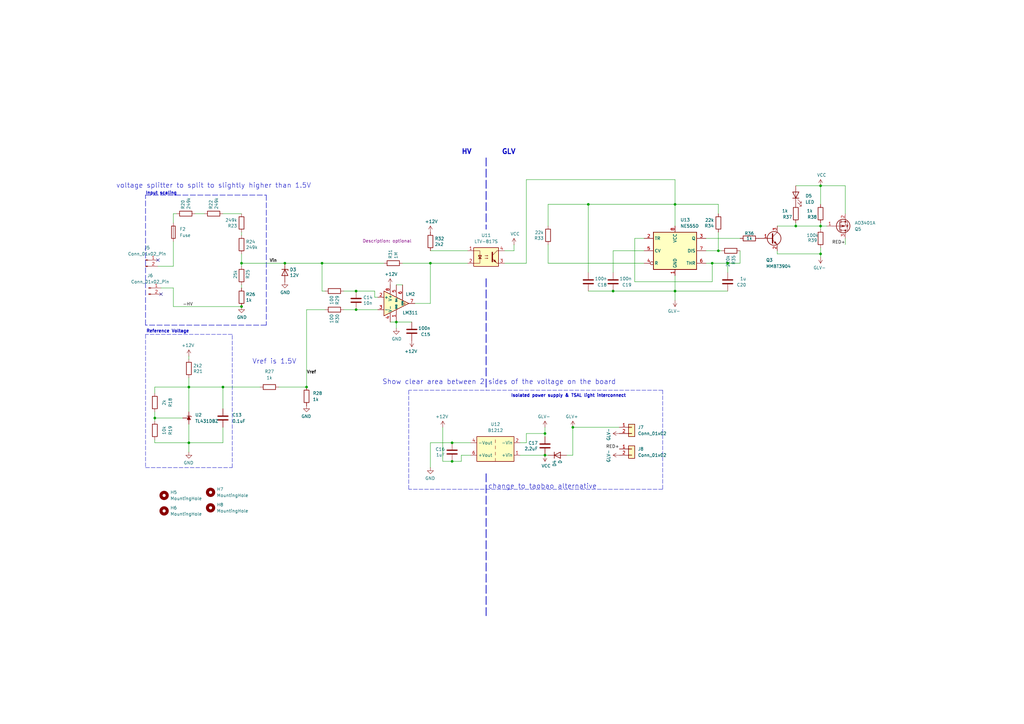
<source format=kicad_sch>
(kicad_sch (version 20250114) (generator "eeschema") (generator_version "9.0")
  (paper "A3")
  (lib_symbols
    (symbol "Comparator:LM311" (pin_names (offset 0.127))
      (property "Reference" "U" (at 3.81 6.35 0))
      (property "Value" "LM311" (at 3.81 3.81 0))
      (symbol "LM311_0_1"
        (polyline (pts (xy 3.683 -0.381) (xy 3.302 -0.381) (xy 3.683 0) (xy 3.302 0.381) (xy 2.921 0) (xy 3.302 -0.381) (xy 2.921 -0.381)) (stroke (width 0.127)))
        (polyline (pts (xy 5.08 0) (xy -5.08 5.08) (xy -5.08 -5.08) (xy 5.08 0)) (stroke (width 0.254)) (fill (type background)))
      )
      (symbol "LM311_1_1"
        (pin input line (at -7.62 2.54 0) (length 2.54) (name "+") (number "2"))
        (pin input line (at -7.62 -2.54 0) (length 2.54) (name "-") (number "3"))
        (pin power_in line (at -2.54 7.62 270) (length 3.81) (name "V+") (number "8"))
        (pin power_in line (at -2.54 -7.62 90) (length 3.81) (name "V-") (number "4"))
        (pin input line (at 0 7.62 270) (length 5.08) (name "BAL") (number "5"))
        (pin passive line (at 0 -7.62 90) (length 5.08) (name "GND") (number "1"))
        (pin input line (at 2.54 7.62 270) (length 6.35) (name "STRB") (number "6"))
        (pin open_collector line (at 7.62 0 180) (length 2.54) (name "~") (number "7"))
      )
    )
    (symbol "Connector:Conn_01x02_Pin" (pin_names (offset 1.016) (hide yes))
      (property "Reference" "J" (at 0 2.54 0))
      (property "Value" "Conn_01x02_Pin" (at 0 -5.08 0))
      (symbol "Conn_01x02_Pin_1_1"
        (rectangle (start 0.8636 0.127) (end 0 -0.127) (stroke (width 0.1524)) (fill (type outline)))
        (rectangle (start 0.8636 -2.413) (end 0 -2.667) (stroke (width 0.1524)) (fill (type outline)))
        (polyline (pts (xy 1.27 0) (xy 0.8636 0)) (stroke (width 0.1524)))
        (polyline (pts (xy 1.27 -2.54) (xy 0.8636 -2.54)) (stroke (width 0.1524)))
        (pin passive line (at 5.08 0 180) (length 3.81) (name "Pin_1") (number "1"))
        (pin passive line (at 5.08 -2.54 180) (length 3.81) (name "Pin_2") (number "2"))
      )
    )
    (symbol "Connector_Generic:Conn_01x02" (pin_names (offset 1.016) (hide yes))
      (property "Reference" "J" (at 0 2.54 0))
      (property "Value" "Conn_01x02" (at 0 -5.08 0))
      (symbol "Conn_01x02_1_1"
        (rectangle (start -1.27 1.27) (end 1.27 -3.81) (stroke (width 0.254)) (fill (type background)))
        (rectangle (start -1.27 0.127) (end 0 -0.127) (stroke (width 0.1524)))
        (rectangle (start -1.27 -2.413) (end 0 -2.667) (stroke (width 0.1524)))
        (pin passive line (at -5.08 0 0) (length 3.81) (name "Pin_1") (number "1"))
        (pin passive line (at -5.08 -2.54 0) (length 3.81) (name "Pin_2") (number "2"))
      )
    )
    (symbol "Converter_DCDC:TBA2-1212"
      (property "Reference" "U" (at -6.35 6.35 0))
      (property "Value" "TBA2-1212" (at 2.54 6.35 0))
      (symbol "TBA2-1212_0_1"
        (rectangle (start -7.62 5.08) (end 7.62 -5.08) (stroke (width 0.254)) (fill (type background)))
        (polyline (pts (xy 0 5.08) (xy 0 3.81)))
        (polyline (pts (xy 0 2.54) (xy 0 1.27)))
        (polyline (pts (xy 0 0) (xy 0 -1.27)))
        (polyline (pts (xy 0 -2.54) (xy 0 -3.81)))
      )
      (symbol "TBA2-1212_1_1"
        (pin power_in line (at -10.16 2.54 0) (length 2.54) (name "+Vin") (number "1"))
        (pin power_in line (at -10.16 -2.54 0) (length 2.54) (name "-Vin") (number "2"))
        (pin power_out line (at 10.16 2.54 180) (length 2.54) (name "+Vout") (number "6"))
        (pin power_out line (at 10.16 -2.54 180) (length 2.54) (name "-Vout") (number "4"))
      )
    )
    (symbol "Device:C" (pin_numbers (hide yes)) (pin_names (offset 0.254))
      (property "Reference" "C" (at 0.635 2.54 0))
      (property "Value" "C" (at 0.635 -2.54 0))
      (symbol "C_0_1"
        (polyline (pts (xy -2.032 0.762) (xy 2.032 0.762)) (stroke (width 0.508)))
        (polyline (pts (xy -2.032 -0.762) (xy 2.032 -0.762)) (stroke (width 0.508)))
      )
      (symbol "C_1_1"
        (pin passive line (at 0 3.81 270) (length 2.794) (name "~") (number "1"))
        (pin passive line (at 0 -3.81 90) (length 2.794) (name "~") (number "2"))
      )
    )
    (symbol "Device:D" (pin_numbers (hide yes)) (pin_names (offset 1.016) (hide yes))
      (property "Reference" "D" (at 0 2.54 0))
      (property "Value" "D" (at 0 -2.54 0))
      (symbol "D_0_1"
        (polyline (pts (xy -1.27 1.27) (xy -1.27 -1.27)) (stroke (width 0.254)))
        (polyline (pts (xy 1.27 1.27) (xy 1.27 -1.27) (xy -1.27 0) (xy 1.27 1.27)) (stroke (width 0.254)))
        (polyline (pts (xy 1.27 0) (xy -1.27 0)))
      )
      (symbol "D_1_1"
        (pin passive line (at -3.81 0 0) (length 2.54) (name "K") (number "1"))
        (pin passive line (at 3.81 0 180) (length 2.54) (name "A") (number "2"))
      )
    )
    (symbol "Device:D_Zener" (pin_numbers (hide yes)) (pin_names (offset 1.016) (hide yes))
      (property "Reference" "D" (at 0 2.54 0))
      (property "Value" "D_Zener" (at 0 -2.54 0))
      (symbol "D_Zener_0_1"
        (polyline (pts (xy -1.27 -1.27) (xy -1.27 1.27) (xy -0.762 1.27)) (stroke (width 0.254)))
        (polyline (pts (xy 1.27 0) (xy -1.27 0)))
        (polyline (pts (xy 1.27 -1.27) (xy 1.27 1.27) (xy -1.27 0) (xy 1.27 -1.27)) (stroke (width 0.254)))
      )
      (symbol "D_Zener_1_1"
        (pin passive line (at -3.81 0 0) (length 2.54) (name "K") (number "1"))
        (pin passive line (at 3.81 0 180) (length 2.54) (name "A") (number "2"))
      )
    )
    (symbol "Device:Fuse" (pin_numbers (hide yes)) (pin_names (offset 0))
      (property "Reference" "F" (at 2.032 0 90))
      (property "Value" "Fuse" (at -1.905 0 90))
      (symbol "Fuse_0_1"
        (rectangle (start -0.762 -2.54) (end 0.762 2.54) (stroke (width 0.254)))
        (polyline (pts (xy 0 2.54) (xy 0 -2.54)))
      )
      (symbol "Fuse_1_1"
        (pin passive line (at 0 3.81 270) (length 1.27) (name "~") (number "1"))
        (pin passive line (at 0 -3.81 90) (length 1.27) (name "~") (number "2"))
      )
    )
    (symbol "Device:LED" (pin_numbers (hide yes)) (pin_names (offset 1.016) (hide yes))
      (property "Reference" "D" (at 0 2.54 0))
      (property "Value" "LED" (at 0 -2.54 0))
      (symbol "LED_0_1"
        (polyline (pts (xy -3.048 -0.762) (xy -4.572 -2.286) (xy -3.81 -2.286) (xy -4.572 -2.286) (xy -4.572 -1.524)))
        (polyline (pts (xy -1.778 -0.762) (xy -3.302 -2.286) (xy -2.54 -2.286) (xy -3.302 -2.286) (xy -3.302 -1.524)))
        (polyline (pts (xy -1.27 0) (xy 1.27 0)))
        (polyline (pts (xy -1.27 -1.27) (xy -1.27 1.27)) (stroke (width 0.254)))
        (polyline (pts (xy 1.27 -1.27) (xy 1.27 1.27) (xy -1.27 0) (xy 1.27 -1.27)) (stroke (width 0.254)))
      )
      (symbol "LED_1_1"
        (pin passive line (at -3.81 0 0) (length 2.54) (name "K") (number "1"))
        (pin passive line (at 3.81 0 180) (length 2.54) (name "A") (number "2"))
      )
    )
    (symbol "Device:R" (pin_numbers (hide yes)) (pin_names (offset 0))
      (property "Reference" "R" (at 2.032 0 90))
      (property "Value" "R" (at 0 0 90))
      (symbol "R_0_1"
        (rectangle (start -1.016 -2.54) (end 1.016 2.54) (stroke (width 0.254)))
      )
      (symbol "R_1_1"
        (pin passive line (at 0 3.81 270) (length 1.27) (name "~") (number "1"))
        (pin passive line (at 0 -3.81 90) (length 1.27) (name "~") (number "2"))
      )
    )
    (symbol "Isolator:LTV-817S" (pin_names (offset 1.016))
      (property "Reference" "U" (at -3.81 5.08 0))
      (property "Value" "LTV-817S" (at 0 -5.08 0))
      (symbol "LTV-817S_1_1"
        (rectangle (start -5.08 3.81) (end 5.08 -3.81) (stroke (width 0.254)) (fill (type background)))
        (polyline (pts (xy -5.08 2.54) (xy -2.54 2.54) (xy -2.54 -0.762)))
        (polyline (pts (xy -3.175 -0.635) (xy -1.905 -0.635)) (stroke (width 0.254)))
        (polyline (pts (xy -2.54 -0.635) (xy -2.54 -2.54) (xy -5.08 -2.54)))
        (polyline (pts (xy -2.54 -0.635) (xy -3.175 0.635) (xy -1.905 0.635) (xy -2.54 -0.635)) (stroke (width 0.254)))
        (polyline (pts (xy -0.508 0.508) (xy 0.762 0.508) (xy 0.381 0.381) (xy 0.381 0.635) (xy 0.762 0.508)))
        (polyline (pts (xy -0.508 -0.508) (xy 0.762 -0.508) (xy 0.381 -0.635) (xy 0.381 -0.381) (xy 0.762 -0.508)))
        (polyline (pts (xy 2.54 1.905) (xy 2.54 -1.905) (xy 2.54 -1.905)) (stroke (width 0.508)))
        (polyline (pts (xy 2.54 0.635) (xy 4.445 2.54)))
        (polyline (pts (xy 3.048 -1.651) (xy 3.556 -1.143) (xy 4.064 -2.159) (xy 3.048 -1.651) (xy 3.048 -1.651)) (fill (type outline)))
        (polyline (pts (xy 4.445 2.54) (xy 5.08 2.54)))
        (polyline (pts (xy 4.445 -2.54) (xy 2.54 -0.635)) (fill (type outline)))
        (polyline (pts (xy 4.445 -2.54) (xy 5.08 -2.54)))
        (pin passive line (at -7.62 2.54 0) (length 2.54) (name "~") (number "1"))
        (pin passive line (at -7.62 -2.54 0) (length 2.54) (name "~") (number "2"))
        (pin passive line (at 7.62 2.54 180) (length 2.54) (name "~") (number "4"))
        (pin passive line (at 7.62 -2.54 180) (length 2.54) (name "~") (number "3"))
      )
    )
    (symbol "Mechanical:MountingHole" (pin_names (offset 1.016)) (exclude_from_sim yes) (in_bom no)
      (property "Reference" "H" (at 0 5.08 0))
      (property "Value" "MountingHole" (at 0 3.175 0))
      (symbol "MountingHole_0_1"
        (circle (center 0 0) (radius 1.27) (stroke (width 1.27)))
      )
    )
    (symbol "Reference_Voltage:TL431DBZ" (pin_numbers (hide yes)) (pin_names (hide yes))
      (property "Reference" "U" (at -2.54 2.54 0))
      (property "Value" "TL431DBZ" (at 0 -2.54 0))
      (symbol "TL431DBZ_0_1"
        (polyline (pts (xy -1.27 0) (xy 0 0) (xy 1.27 0)))
        (polyline (pts (xy -0.762 0.762) (xy 0.762 0) (xy -0.762 -0.762)) (fill (type outline)))
        (polyline (pts (xy 0.508 -1.016) (xy 0.762 -0.762) (xy 0.762 0.762) (xy 0.762 0.762)) (stroke (width 0.254)))
      )
      (symbol "TL431DBZ_1_1"
        (pin passive line (at -2.54 0 0) (length 2.54) (name "A") (number "3"))
        (pin passive line (at 0 2.54 270) (length 2.54) (name "REF") (number "2"))
        (pin passive line (at 2.54 0 180) (length 2.54) (name "K") (number "1"))
      )
    )
    (symbol "Timer:NE555D"
      (property "Reference" "U" (at -10.16 8.89 0))
      (property "Value" "NE555D" (at 2.54 8.89 0))
      (symbol "NE555D_0_0"
        (pin power_in line (at 0 10.16 270) (length 2.54) (name "VCC") (number "8"))
        (pin power_in line (at 0 -10.16 90) (length 2.54) (name "GND") (number "1"))
      )
      (symbol "NE555D_0_1"
        (rectangle (start -8.89 -7.62) (end 8.89 7.62) (stroke (width 0.254)) (fill (type background)))
        (rectangle (start -8.89 -7.62) (end 8.89 7.62) (stroke (width 0.254)) (fill (type background)))
      )
      (symbol "NE555D_1_1"
        (pin input line (at -12.7 5.08 0) (length 3.81) (name "TR") (number "2"))
        (pin input line (at -12.7 0 0) (length 3.81) (name "CV") (number "5"))
        (pin input inverted (at -12.7 -5.08 0) (length 3.81) (name "R") (number "4"))
        (pin output line (at 12.7 5.08 180) (length 3.81) (name "Q") (number "3"))
        (pin input line (at 12.7 0 180) (length 3.81) (name "DIS") (number "7"))
        (pin input line (at 12.7 -5.08 180) (length 3.81) (name "THR") (number "6"))
      )
    )
    (symbol "Transistor_BJT:MMBT3904" (pin_names (offset 0) (hide yes))
      (property "Reference" "Q" (at 5.08 1.905 0))
      (property "Value" "MMBT3904" (at 5.08 0 0))
      (symbol "MMBT3904_0_1"
        (polyline (pts (xy 0.635 1.905) (xy 0.635 -1.905) (xy 0.635 -1.905)) (stroke (width 0.508)))
        (polyline (pts (xy 0.635 0.635) (xy 2.54 2.54)))
        (polyline (pts (xy 0.635 -0.635) (xy 2.54 -2.54) (xy 2.54 -2.54)))
        (circle (center 1.27 0) (radius 2.8194) (stroke (width 0.254)))
        (polyline (pts (xy 1.27 -1.778) (xy 1.778 -1.27) (xy 2.286 -2.286) (xy 1.27 -1.778) (xy 1.27 -1.778)) (fill (type outline)))
      )
      (symbol "MMBT3904_1_1"
        (pin input line (at -5.08 0 0) (length 5.715) (name "B") (number "1"))
        (pin passive line (at 2.54 5.08 270) (length 2.54) (name "C") (number "3"))
        (pin passive line (at 2.54 -5.08 90) (length 2.54) (name "E") (number "2"))
      )
    )
    (symbol "Transistor_FET:AO3401A" (pin_names (hide yes))
      (property "Reference" "Q" (at 5.08 1.905 0))
      (property "Value" "AO3401A" (at 5.08 0 0))
      (symbol "AO3401A_0_1"
        (polyline (pts (xy 0.254 1.905) (xy 0.254 -1.905)) (stroke (width 0.254)))
        (polyline (pts (xy 0.254 0) (xy -2.54 0)))
        (polyline (pts (xy 0.762 2.286) (xy 0.762 1.27)) (stroke (width 0.254)))
        (polyline (pts (xy 0.762 1.778) (xy 3.302 1.778) (xy 3.302 -1.778) (xy 0.762 -1.778)))
        (polyline (pts (xy 0.762 0.508) (xy 0.762 -0.508)) (stroke (width 0.254)))
        (polyline (pts (xy 0.762 -1.27) (xy 0.762 -2.286)) (stroke (width 0.254)))
        (circle (center 1.651 0) (radius 2.794) (stroke (width 0.254)))
        (polyline (pts (xy 2.286 0) (xy 1.27 0.381) (xy 1.27 -0.381) (xy 2.286 0)) (fill (type outline)))
        (polyline (pts (xy 2.54 2.54) (xy 2.54 1.778)))
        (circle (center 2.54 1.778) (radius 0.254) (fill (type outline)))
        (circle (center 2.54 -1.778) (radius 0.254) (fill (type outline)))
        (polyline (pts (xy 2.54 -2.54) (xy 2.54 0) (xy 0.762 0)))
        (polyline (pts (xy 2.794 -0.508) (xy 2.921 -0.381) (xy 3.683 -0.381) (xy 3.81 -0.254)))
        (polyline (pts (xy 3.302 -0.381) (xy 2.921 0.254) (xy 3.683 0.254) (xy 3.302 -0.381)))
      )
      (symbol "AO3401A_1_1"
        (pin input line (at -5.08 0 0) (length 2.54) (name "G") (number "1"))
        (pin passive line (at 2.54 5.08 270) (length 2.54) (name "D") (number "3"))
        (pin passive line (at 2.54 -5.08 90) (length 2.54) (name "S") (number "2"))
      )
    )
    (symbol "power-symbol-library:GLV+" (power) (pin_names (offset 0))
      (property "Value" "GLV+" (at 0 3.81 0))
      (symbol "GLV+_0_1"
        (polyline (pts (xy -0.762 1.27) (xy 0 2.54)))
        (polyline (pts (xy 0 2.54) (xy 0.762 1.27)))
        (polyline (pts (xy 0 0) (xy 0 2.54)))
      )
      (symbol "GLV+_1_1"
        (pin power_in line (at 0 0 90) (length 0) (hide yes) (name "GLV+") (number "1"))
      )
    )
    (symbol "power-symbol-library:GLV-" (power) (pin_names (offset 0))
      (property "Value" "GLV-" (at 0 3.81 0))
      (symbol "GLV-_0_1"
        (polyline (pts (xy -0.762 1.27) (xy 0 2.54)))
        (polyline (pts (xy 0 2.54) (xy 0.762 1.27)))
        (polyline (pts (xy 0 0) (xy 0 2.54)))
      )
      (symbol "GLV-_1_1"
        (pin power_in line (at 0 0 90) (length 0) (hide yes) (name "GLV-") (number "1"))
      )
    )
    (symbol "power:+12V" (power) (pin_numbers (hide yes)) (pin_names (offset 0) (hide yes))
      (property "Value" "+12V" (at 0 3.556 0))
      (symbol "+12V_0_1"
        (polyline (pts (xy -0.762 1.27) (xy 0 2.54)))
        (polyline (pts (xy 0 2.54) (xy 0.762 1.27)))
        (polyline (pts (xy 0 0) (xy 0 2.54)))
      )
      (symbol "+12V_1_1"
        (pin power_in line (at 0 0 90) (length 0) (name "~") (number "1"))
      )
    )
    (symbol "power:GND" (power) (pin_numbers (hide yes)) (pin_names (offset 0) (hide yes))
      (property "Value" "GND" (at 0 -3.81 0))
      (symbol "GND_0_1"
        (polyline (pts (xy 0 0) (xy 0 -1.27) (xy 1.27 -1.27) (xy 0 -2.54) (xy -1.27 -1.27) (xy 0 -1.27)))
      )
      (symbol "GND_1_1"
        (pin power_in line (at 0 0 270) (length 0) (name "~") (number "1"))
      )
    )
    (symbol "power:VCC" (power) (pin_numbers (hide yes)) (pin_names (offset 0) (hide yes))
      (property "Value" "VCC" (at 0 3.556 0))
      (symbol "VCC_0_1"
        (polyline (pts (xy -0.762 1.27) (xy 0 2.54)))
        (polyline (pts (xy 0 2.54) (xy 0.762 1.27)))
        (polyline (pts (xy 0 0) (xy 0 2.54)))
      )
      (symbol "VCC_1_1"
        (pin power_in line (at 0 0 90) (length 0) (name "~") (number "1"))
      )
    )
  )
  (text "voltage splitter to split to slightly higher than 1.5V" (at 87.63 76.2 0) (effects (font (size 2.0066 2.0066))))
  (text "Input scaling" (at 59.69 80.01 0) (effects (font (size 1.27 1.27) (thickness 0.254) (bold yes)) (justify left bottom)))
  (text "Vref is 1.5V\n" (at 112.522 148.336 0) (effects (font (size 2.0066 2.0066))))
  (text "Isolated power supply & TSAL light interconnect" (at 256.794 163.068 0) (effects (font (size 1.27 1.27) (thickness 0.254) (bold yes)) (justify right bottom)))
  (text "Show clear area between 2 sides of the voltage on the board" (at 204.724 156.718 0) (effects (font (size 2.0066 2.0066))))
  (text "change to taobao alternative\n\n" (at 222.504 201.168 0) (effects (font (size 2.0066 2.0066))))
  (text "HV" (at 189.23 63.5 0) (effects (font (size 2.0066 2.0066) (thickness 0.4013) (bold yes)) (justify left bottom)))
  (text "Reference Voltage" (at 59.944 136.652 0) (effects (font (size 1.27 1.27) (thickness 0.254) (bold yes)) (justify left bottom)))
  (text "GLV" (at 205.74 63.5 0) (effects (font (size 2.0066 2.0066) (thickness 0.4013) (bold yes)) (justify left bottom)))
  (junction (at 336.55 104.14))
  (junction (at 146.05 127))
  (junction (at 116.84 107.95))
  (junction (at 234.95 175.26))
  (junction (at 292.1 107.95))
  (junction (at 185.42 189.23))
  (junction (at 241.3 83.82))
  (junction (at 276.86 83.82))
  (junction (at 99.06 107.95))
  (junction (at 125.73 158.75))
  (junction (at 294.64 102.87))
  (junction (at 298.45 107.95))
  (junction (at 146.05 119.38))
  (junction (at 251.46 119.38))
  (junction (at 326.39 92.71))
  (junction (at 185.42 181.61))
  (junction (at 223.52 186.69))
  (junction (at 336.55 92.71))
  (junction (at 162.56 132.08))
  (junction (at 176.53 107.95))
  (junction (at 336.55 76.2))
  (junction (at 99.06 125.73))
  (junction (at 276.86 119.38))
  (junction (at 132.08 107.95))
  (junction (at 91.44 158.75))
  (junction (at 223.52 177.8))
  (junction (at 63.5 171.45))
  (junction (at 77.47 181.61))
  (junction (at 77.47 158.75))
  (no_connect (at 64.77 106.68))
  (no_connect (at 66.04 120.65))
  (wire (pts (xy 63.5 181.61) (xy 77.47 181.61)))
  (wire (pts (xy 303.53 102.87) (xy 303.53 107.95)))
  (wire (pts (xy 176.53 124.46) (xy 176.53 107.95)))
  (wire (pts (xy 346.71 87.63) (xy 346.71 76.2)))
  (wire (pts (xy 71.12 118.11) (xy 71.12 125.73)))
  (wire (pts (xy 165.1 116.84) (xy 162.56 116.84)))
  (wire (pts (xy 116.84 107.95) (xy 132.08 107.95)))
  (polyline (pts (xy 109.22 80.01) (xy 109.22 133.35)) (stroke (width 0.2032) (type dash)))
  (wire (pts (xy 224.79 107.95) (xy 264.16 107.95)))
  (wire (pts (xy 326.39 92.71) (xy 326.39 91.44)))
  (polyline (pts (xy 59.69 137.16) (xy 59.69 191.77)) (stroke (width 0) (type dash)))
  (wire (pts (xy 71.12 125.73) (xy 99.06 125.73)))
  (wire (pts (xy 224.79 83.82) (xy 241.3 83.82)))
  (wire (pts (xy 140.97 127) (xy 146.05 127)))
  (polyline (pts (xy 271.78 200.66) (xy 167.64 200.66)) (stroke (width 0) (type dash)))
  (wire (pts (xy 125.73 127) (xy 125.73 158.75)))
  (wire (pts (xy 336.55 91.44) (xy 336.55 92.71)))
  (wire (pts (xy 336.55 76.2) (xy 336.55 83.82)))
  (wire (pts (xy 207.01 107.95) (xy 215.9 107.95)))
  (wire (pts (xy 132.08 107.95) (xy 132.08 119.38)))
  (wire (pts (xy 326.39 76.2) (xy 336.55 76.2)))
  (wire (pts (xy 77.47 158.75) (xy 77.47 168.91)))
  (wire (pts (xy 77.47 181.61) (xy 77.47 185.42)))
  (wire (pts (xy 215.9 181.61) (xy 213.36 181.61)))
  (wire (pts (xy 215.9 73.66) (xy 276.86 73.66)))
  (wire (pts (xy 77.47 154.94) (xy 77.47 158.75)))
  (wire (pts (xy 260.35 97.79) (xy 260.35 115.57)))
  (polyline (pts (xy 59.69 133.35) (xy 59.69 80.01)) (stroke (width 0.2032) (type dash)))
  (wire (pts (xy 77.47 158.75) (xy 91.44 158.75)))
  (wire (pts (xy 215.9 177.8) (xy 215.9 181.61)))
  (wire (pts (xy 292.1 115.57) (xy 292.1 107.95)))
  (wire (pts (xy 132.08 107.95) (xy 157.48 107.95)))
  (wire (pts (xy 276.86 119.38) (xy 276.86 123.19)))
  (wire (pts (xy 264.16 97.79) (xy 260.35 97.79)))
  (wire (pts (xy 318.77 92.71) (xy 326.39 92.71)))
  (wire (pts (xy 241.3 111.76) (xy 241.3 83.82)))
  (wire (pts (xy 71.12 87.63) (xy 72.39 87.63)))
  (wire (pts (xy 153.67 121.92) (xy 153.67 119.38)))
  (wire (pts (xy 91.44 181.61) (xy 77.47 181.61)))
  (wire (pts (xy 189.23 189.23) (xy 185.42 189.23)))
  (wire (pts (xy 185.42 189.23) (xy 181.61 189.23)))
  (wire (pts (xy 133.35 127) (xy 125.73 127)))
  (polyline (pts (xy 95.25 137.16) (xy 59.69 137.16)) (stroke (width 0) (type dash)))
  (wire (pts (xy 234.95 175.26) (xy 234.95 186.69)))
  (wire (pts (xy 99.06 107.95) (xy 116.84 107.95)))
  (polyline (pts (xy 199.39 194.31) (xy 199.39 252.73)) (stroke (width 0.3048) (type dash)))
  (wire (pts (xy 99.06 116.84) (xy 99.06 118.11)))
  (wire (pts (xy 63.5 171.45) (xy 63.5 172.72)))
  (wire (pts (xy 294.64 83.82) (xy 294.64 87.63)))
  (wire (pts (xy 80.01 87.63) (xy 83.82 87.63)))
  (wire (pts (xy 99.06 95.25) (xy 99.06 96.52)))
  (wire (pts (xy 154.94 121.92) (xy 153.67 121.92)))
  (wire (pts (xy 298.45 119.38) (xy 276.86 119.38)))
  (wire (pts (xy 224.79 186.69) (xy 223.52 186.69)))
  (wire (pts (xy 346.71 76.2) (xy 336.55 76.2)))
  (wire (pts (xy 66.04 118.11) (xy 71.12 118.11)))
  (wire (pts (xy 91.44 158.75) (xy 106.68 158.75)))
  (wire (pts (xy 276.86 83.82) (xy 294.64 83.82)))
  (polyline (pts (xy 59.69 80.01) (xy 109.22 80.01)) (stroke (width 0.2032) (type dash)))
  (polyline (pts (xy 109.22 133.35) (xy 59.69 133.35)) (stroke (width 0.2032) (type dash)))
  (wire (pts (xy 264.16 102.87) (xy 251.46 102.87)))
  (wire (pts (xy 153.67 119.38) (xy 146.05 119.38)))
  (polyline (pts (xy 95.25 191.77) (xy 95.25 137.16)) (stroke (width 0) (type dash)))
  (wire (pts (xy 71.12 99.06) (xy 71.12 109.22)))
  (wire (pts (xy 215.9 107.95) (xy 215.9 73.66)))
  (wire (pts (xy 146.05 127) (xy 154.94 127)))
  (wire (pts (xy 176.53 181.61) (xy 185.42 181.61)))
  (wire (pts (xy 336.55 104.14) (xy 336.55 105.41)))
  (wire (pts (xy 63.5 158.75) (xy 77.47 158.75)))
  (wire (pts (xy 99.06 104.14) (xy 99.06 107.95)))
  (wire (pts (xy 64.77 109.22) (xy 71.12 109.22)))
  (wire (pts (xy 223.52 177.8) (xy 215.9 177.8)))
  (wire (pts (xy 241.3 83.82) (xy 276.86 83.82)))
  (wire (pts (xy 298.45 107.95) (xy 292.1 107.95)))
  (wire (pts (xy 251.46 119.38) (xy 276.86 119.38)))
  (wire (pts (xy 326.39 92.71) (xy 336.55 92.71)))
  (polyline (pts (xy 271.78 160.02) (xy 271.78 200.66)) (stroke (width 0) (type dash)))
  (wire (pts (xy 213.36 186.69) (xy 223.52 186.69)))
  (wire (pts (xy 162.56 132.08) (xy 168.91 132.08)))
  (wire (pts (xy 176.53 191.77) (xy 176.53 181.61)))
  (wire (pts (xy 91.44 175.26) (xy 91.44 181.61)))
  (wire (pts (xy 276.86 83.82) (xy 276.86 92.71)))
  (wire (pts (xy 303.53 107.95) (xy 298.45 107.95)))
  (wire (pts (xy 77.47 147.32) (xy 77.47 146.05)))
  (wire (pts (xy 181.61 175.26) (xy 181.61 189.23)))
  (wire (pts (xy 63.5 171.45) (xy 74.93 171.45)))
  (wire (pts (xy 210.82 102.87) (xy 210.82 100.33)))
  (wire (pts (xy 336.55 104.14) (xy 336.55 101.6)))
  (wire (pts (xy 346.71 100.33) (xy 346.71 97.79)))
  (wire (pts (xy 223.52 177.8) (xy 223.52 179.07)))
  (wire (pts (xy 176.53 107.95) (xy 191.77 107.95)))
  (wire (pts (xy 224.79 92.71) (xy 224.79 83.82)))
  (polyline (pts (xy 59.69 191.77) (xy 95.25 191.77)) (stroke (width 0) (type dash)))
  (wire (pts (xy 176.53 102.87) (xy 191.77 102.87)))
  (polyline (pts (xy 167.64 200.66) (xy 167.64 160.02)) (stroke (width 0) (type dash)))
  (wire (pts (xy 294.64 95.25) (xy 294.64 102.87)))
  (wire (pts (xy 318.77 104.14) (xy 336.55 104.14)))
  (wire (pts (xy 185.42 181.61) (xy 193.04 181.61)))
  (wire (pts (xy 63.5 168.91) (xy 63.5 171.45)))
  (wire (pts (xy 91.44 87.63) (xy 99.06 87.63)))
  (polyline (pts (xy 199.39 64.77) (xy 199.39 93.98)) (stroke (width 0.3048) (type dash)))
  (wire (pts (xy 224.79 107.95) (xy 224.79 100.33)))
  (wire (pts (xy 289.56 97.79) (xy 303.53 97.79)))
  (wire (pts (xy 276.86 73.66) (xy 276.86 83.82)))
  (wire (pts (xy 276.86 119.38) (xy 276.86 113.03)))
  (polyline (pts (xy 271.78 160.02) (xy 167.64 160.02)) (stroke (width 0) (type dash)))
  (wire (pts (xy 99.06 109.22) (xy 99.06 107.95)))
  (wire (pts (xy 165.1 107.95) (xy 176.53 107.95)))
  (wire (pts (xy 292.1 107.95) (xy 289.56 107.95)))
  (wire (pts (xy 234.95 175.26) (xy 254 175.26)))
  (wire (pts (xy 241.3 119.38) (xy 251.46 119.38)))
  (wire (pts (xy 146.05 119.38) (xy 140.97 119.38)))
  (wire (pts (xy 260.35 115.57) (xy 292.1 115.57)))
  (wire (pts (xy 162.56 132.08) (xy 162.56 134.62)))
  (wire (pts (xy 77.47 173.99) (xy 77.47 181.61)))
  (wire (pts (xy 234.95 186.69) (xy 232.41 186.69)))
  (wire (pts (xy 339.09 92.71) (xy 336.55 92.71)))
  (wire (pts (xy 71.12 91.44) (xy 71.12 87.63)))
  (wire (pts (xy 298.45 111.76) (xy 298.45 107.95)))
  (wire (pts (xy 223.52 175.26) (xy 223.52 177.8)))
  (wire (pts (xy 189.23 186.69) (xy 193.04 186.69)))
  (wire (pts (xy 251.46 102.87) (xy 251.46 111.76)))
  (wire (pts (xy 63.5 158.75) (xy 63.5 161.29)))
  (wire (pts (xy 160.02 132.08) (xy 162.56 132.08)))
  (wire (pts (xy 91.44 158.75) (xy 91.44 167.64)))
  (wire (pts (xy 176.53 124.46) (xy 170.18 124.46)))
  (wire (pts (xy 189.23 189.23) (xy 189.23 186.69)))
  (wire (pts (xy 132.08 119.38) (xy 133.35 119.38)))
  (wire (pts (xy 318.77 104.14) (xy 318.77 102.87)))
  (polyline (pts (xy 199.39 114.3) (xy 199.39 160.02)) (stroke (width 0.3048) (type dash)))
  (wire (pts (xy 207.01 102.87) (xy 210.82 102.87)))
  (wire (pts (xy 63.5 181.61) (xy 63.5 180.34)))
  (wire (pts (xy 294.64 102.87) (xy 295.91 102.87)))
  (wire (pts (xy 289.56 102.87) (xy 294.64 102.87)))
  (wire (pts (xy 114.3 158.75) (xy 125.73 158.75)))
  (wire (pts (xy 336.55 93.98) (xy 336.55 92.71)))
  (label "Vref" (at 125.73 153.67 0) (effects (font (thickness 0.254) (bold yes))))
  (label "Vin" (at 110.49 107.95 0) (effects (font (thickness 0.254) (bold yes))))
  (label "-HV" (at 74.93 125.73 0))
  (label "RED+" (at 346.71 100.33 180))
  (label "RED+" (at 254 184.15 180))
  (symbol (lib_id "power-symbol-library:GLV+") (at 234.95 175.26 0) (mirror y) (unit 1)
    (property "Reference" "#PWR054" (effects (hide yes)))
    (property "Value" "GLV+" (at 234.569 170.8658 0))
  )
  (symbol (lib_id "Device:LED") (at 326.39 80.01 90) (unit 1)
    (property "Reference" "D5" (at 330.327 80.3275 90) (effects (justify right)))
    (property "Value" "LED" (at 330.327 82.8675 90) (effects (justify right)))
    (property "Footprint" "LED_SMD:LED_0805_2012Metric_Pad1.15x1.40mm_HandSolder" (effects (hide yes)))
  )
  (symbol (lib_id "Device:C") (at 251.46 115.57 180) (unit 1)
    (property "Reference" "C19" (at 259.08 116.84 0) (effects (justify left)))
    (property "Value" "100n" (at 259.08 114.3 0) (effects (justify left)))
    (property "Footprint" "Capacitor_SMD:C_0805_2012Metric_Pad1.18x1.45mm_HandSolder" (effects (hide yes)))
  )
  (symbol (lib_id "Device:R") (at 76.2 87.63 90) (unit 1)
    (property "Reference" "R20" (at 75.0316 85.852 0) (effects (justify left)))
    (property "Value" "249k" (at 77.343 85.852 0) (effects (justify left)))
    (property "Footprint" "Resistor_SMD:R_0805_2012Metric_Pad1.20x1.40mm_HandSolder" (effects (hide yes)))
  )
  (symbol (lib_id "Comparator:LM311") (at 162.56 124.46 0) (unit 1)
    (property "Reference" "LM2" (at 166.37 120.65 0) (effects (justify left)))
    (property "Value" "LM311" (at 165.1 128.27 0) (effects (justify left)))
    (property "Footprint" "Package_SO:SOIC-8_3.9x4.9mm_P1.27mm" (effects (hide yes)))
    (property "Datasheet" "http://www.ti.com/lit/ds/symlink/lm311.pdf" (effects (hide yes)))
  )
  (symbol (lib_id "power:GND") (at 176.53 191.77 0) (mirror y) (unit 1)
    (property "Reference" "#PWR049" (effects (hide yes)))
    (property "Value" "GND" (at 176.403 196.1642 0))
  )
  (symbol (lib_id "power:VCC") (at 223.52 186.69 0) (mirror x) (unit 1)
    (property "Reference" "#PWR053" (effects (hide yes)))
    (property "Value" "VCC" (at 223.9772 191.0842 0))
  )
  (symbol (lib_id "power-symbol-library:GLV-") (at 336.55 105.41 180) (unit 1)
    (property "Reference" "#PWR059" (effects (hide yes)))
    (property "Value" "GLV-" (at 336.169 109.8042 0))
  )
  (symbol (lib_id "Mechanical:MountingHole") (at 86.36 208.28 0) (unit 1) (exclude_from_sim yes) (in_bom no)
    (property "Reference" "H8" (at 88.9 207.0099 0) (effects (justify left)))
    (property "Value" "MountingHole" (at 88.9 209.5499 0) (effects (justify left)))
    (property "Footprint" "MountingHole:MountingHole_3.2mm_M3" (effects (hide yes)))
    (property "Description" "Mounting Hole without connection" (effects (hide yes)))
  )
  (symbol (lib_id "Connector_Generic:Conn_01x02") (at 259.08 175.26 0) (unit 1)
    (property "Reference" "J7" (at 261.62 175.2599 0) (effects (justify left)))
    (property "Value" "Conn_01x02" (at 261.62 177.7999 0) (effects (justify left)))
    (property "Footprint" "Connector_JST:JST_VH_B2P-VH_1x02_P3.96mm_Vertical" (effects (hide yes)))
    (property "Description" "Generic connector, single row, 01x02, script generated (kicad-library-utils/schlib/autogen/connector/)" (effects (hide yes)))
  )
  (symbol (lib_id "Device:R") (at 299.72 102.87 270) (unit 1)
    (property "Reference" "R35" (at 300.8884 104.648 0) (effects (justify left)))
    (property "Value" "220k" (at 298.577 104.648 0) (effects (justify left)))
    (property "Footprint" "Resistor_SMD:R_0805_2012Metric_Pad1.20x1.40mm_HandSolder" (effects (hide yes)))
  )
  (symbol (lib_id "Timer:NE555D") (at 276.86 102.87 0) (unit 1)
    (property "Reference" "U13" (at 279.0541 90.17 0) (effects (justify left)))
    (property "Value" "NE555D" (at 279.0541 92.71 0) (effects (justify left)))
    (property "Footprint" "Package_SO:SOIC-8_3.9x4.9mm_P1.27mm" (effects (hide yes)))
    (property "Datasheet" "http://www.ti.com/lit/ds/symlink/ne555.pdf" (effects (hide yes)))
    (property "Description" "Precision Timers, 555 compatible, SOIC-8" (effects (hide yes)))
  )
  (symbol (lib_id "Device:R") (at 99.06 91.44 180) (unit 1)
    (property "Reference" "R23" (at 97.282 92.6084 0) (effects (justify left)))
    (property "Value" "249k" (at 97.282 90.297 0) (effects (justify left)))
    (property "Footprint" "Resistor_SMD:R_0805_2012Metric_Pad1.20x1.40mm_HandSolder" (effects (hide yes)))
  )
  (symbol (lib_id "Device:R") (at 99.06 113.03 180) (unit 1)
    (property "Reference" "R25" (at 101.6 110.49 90) (effects (justify left)))
    (property "Value" "25k" (at 96.52 110.7186 90) (effects (justify left)))
    (property "Footprint" "Resistor_SMD:R_0805_2012Metric_Pad1.20x1.40mm_HandSolder" (effects (hide yes)))
  )
  (symbol (lib_id "Device:R") (at 326.39 87.63 0) (unit 1)
    (property "Reference" "R37" (at 322.961 89.027 0))
    (property "Value" "1k" (at 321.945 86.487 0))
    (property "Footprint" "Resistor_SMD:R_0805_2012Metric_Pad1.20x1.40mm_HandSolder" (effects (hide yes)))
  )
  (symbol (lib_id "Device:R") (at 336.55 87.63 0) (unit 1)
    (property "Reference" "R38" (at 333.121 89.027 0))
    (property "Value" "1k" (at 332.105 86.487 0))
    (property "Footprint" "Resistor_SMD:R_0805_2012Metric_Pad1.20x1.40mm_HandSolder" (effects (hide yes)))
  )
  (symbol (lib_id "Converter_DCDC:TBA2-1212") (at 203.2 184.15 180) (unit 1)
    (property "Reference" "U12" (at 203.2 173.99 0))
    (property "Value" "B1212" (at 203.2 176.53 0))
    (property "Footprint" "Converter_DCDC:Converter_DCDC_TRACO_TBA2-xxxx_Single_THT" (effects (hide yes)))
    (property "Datasheet" "https://www.tracopower.com/products/tba2.pdf" (effects (hide yes)))
    (property "Description" "2W DC/DC converter unregulated, 10.8-13.2V input, 12V fixed output voltage, 165mA output, 1.5kVDC isolation, SIP-7" (effects (hide yes)))
  )
  (symbol (lib_id "Mechanical:MountingHole") (at 67.31 203.2 0) (unit 1) (exclude_from_sim yes) (in_bom no)
    (property "Reference" "H5" (at 69.85 201.9299 0) (effects (justify left)))
    (property "Value" "MountingHole" (at 69.85 204.4699 0) (effects (justify left)))
    (property "Footprint" "MountingHole:MountingHole_3.2mm_M3" (effects (hide yes)))
    (property "Description" "Mounting Hole without connection" (effects (hide yes)))
  )
  (symbol (lib_id "Device:R") (at 110.49 158.75 90) (unit 1)
    (property "Reference" "R27" (at 110.49 152.4 90))
    (property "Value" "1k" (at 110.49 154.94 90))
    (property "Footprint" "Resistor_SMD:R_0805_2012Metric_Pad1.20x1.40mm_HandSolder" (effects (hide yes)))
    (property "Description" "Resistor" (effects (hide yes)))
  )
  (symbol (lib_id "Device:R") (at 137.16 119.38 270) (unit 1)
    (property "Reference" "R29" (at 138.3284 121.158 0) (effects (justify left)))
    (property "Value" "100" (at 136.017 121.158 0) (effects (justify left)))
    (property "Footprint" "Resistor_SMD:R_0805_2012Metric_Pad1.20x1.40mm_HandSolder" (effects (hide yes)))
  )
  (symbol (lib_id "Device:R") (at 87.63 87.63 90) (unit 1)
    (property "Reference" "R22" (at 86.4616 85.852 0) (effects (justify left)))
    (property "Value" "249k" (at 88.773 85.852 0) (effects (justify left)))
    (property "Footprint" "Resistor_SMD:R_0805_2012Metric_Pad1.20x1.40mm_HandSolder" (effects (hide yes)))
  )
  (symbol (lib_id "Device:R") (at 176.53 99.06 0) (unit 1)
    (property "Reference" "R32" (at 178.308 97.8916 0) (effects (justify left)))
    (property "Value" "2k2" (at 178.308 100.203 0) (effects (justify left)))
    (property "Footprint" "Resistor_SMD:R_0805_2012Metric_Pad1.20x1.40mm_HandSolder" (effects (hide yes)))
  )
  (symbol (lib_id "power:VCC") (at 336.55 76.2 0) (unit 1)
    (property "Reference" "#PWR058" (effects (hide yes)))
    (property "Value" "VCC" (at 336.9818 71.8058 0))
  )
  (symbol (lib_id "Isolator:LTV-817S") (at 199.39 105.41 0) (unit 1)
    (property "Reference" "U11" (at 199.39 96.52 0))
    (property "Value" "LTV-817S" (at 199.39 99.06 0))
    (property "Footprint" "Package_DIP:SMDIP-4_W9.53mm" (effects (hide yes)))
    (property "Datasheet" "http://www.us.liteon.com/downloads/LTV-817-827-847.PDF" (effects (hide yes)))
    (property "Description" "DC Optocoupler, Vce 35V, CTR 50%, SMDIP-4" (effects (hide yes)))
  )
  (symbol (lib_id "power:VCC") (at 210.82 100.33 0) (unit 1)
    (property "Reference" "#PWR051" (effects (hide yes)))
    (property "Value" "VCC" (at 211.2518 95.9358 0))
  )
  (symbol (lib_id "Device:R") (at 99.06 100.33 0) (unit 1)
    (property "Reference" "R24" (at 100.838 99.1616 0) (effects (justify left)))
    (property "Value" "249k" (at 100.838 101.473 0) (effects (justify left)))
    (property "Footprint" "Resistor_SMD:R_0805_2012Metric_Pad1.20x1.40mm_HandSolder" (effects (hide yes)))
  )
  (symbol (lib_id "power-symbol-library:GLV-") (at 276.86 123.19 180) (unit 1)
    (property "Reference" "#PWR057" (effects (hide yes)))
    (property "Value" "GLV-" (at 276.479 127.5842 0))
  )
  (symbol (lib_id "Reference_Voltage:TL431DBZ") (at 77.47 171.45 90) (unit 1)
    (property "Reference" "U2" (at 80.01 170.1799 90) (effects (justify right)))
    (property "Value" "TL431DBZ" (at 80.01 172.7199 90) (effects (justify right)))
    (property "Footprint" "Package_TO_SOT_SMD:SOT-23" (effects (hide yes)))
    (property "Datasheet" "http://www.ti.com/lit/ds/symlink/tl431.pdf" (effects (hide yes)))
    (property "Description" "Shunt Regulator, SOT-23" (effects (hide yes)))
  )
  (symbol (lib_id "Transistor_FET:AO3401A") (at 344.17 92.71 0) (mirror x) (unit 1)
    (property "Reference" "Q5" (at 350.52 93.9801 0) (effects (justify left)))
    (property "Value" "AO3401A" (at 350.52 91.4401 0) (effects (justify left)))
    (property "Footprint" "Package_TO_SOT_SMD:SOT-23_Handsoldering" (effects (hide yes)))
    (property "Datasheet" "http://www.aosmd.com/pdfs/datasheet/AO3401A.pdf" (effects (hide yes)))
    (property "Description" "-4.0A Id, -30V Vds, P-Channel MOSFET, SOT-23" (effects (hide yes)))
  )
  (symbol (lib_id "power:GND") (at 77.47 185.42 0) (mirror y) (unit 1)
    (property "Reference" "#PWR041" (effects (hide yes)))
    (property "Value" "GND" (at 77.343 189.8142 0))
  )
  (symbol (lib_id "Device:R") (at 137.16 127 270) (unit 1)
    (property "Reference" "R30" (at 138.3284 128.778 0) (effects (justify left)))
    (property "Value" "100" (at 136.017 128.778 0) (effects (justify left)))
    (property "Footprint" "Resistor_SMD:R_0805_2012Metric_Pad1.20x1.40mm_HandSolder" (effects (hide yes)))
  )
  (symbol (lib_id "Mechanical:MountingHole") (at 86.36 201.93 0) (unit 1) (exclude_from_sim yes) (in_bom no)
    (property "Reference" "H7" (at 88.9 200.6599 0) (effects (justify left)))
    (property "Value" "MountingHole" (at 88.9 203.1999 0) (effects (justify left)))
    (property "Footprint" "MountingHole:MountingHole_3.2mm_M3" (effects (hide yes)))
    (property "Description" "Mounting Hole without connection" (effects (hide yes)))
  )
  (symbol (lib_id "Device:R") (at 336.55 97.79 0) (unit 1)
    (property "Reference" "R39" (at 333.248 98.552 0))
    (property "Value" "100k" (at 333.248 96.52 0))
    (property "Footprint" "Resistor_SMD:R_0805_2012Metric_Pad1.20x1.40mm_HandSolder" (effects (hide yes)))
  )
  (symbol (lib_id "power:GND") (at 116.84 115.57 0) (unit 1)
    (property "Reference" "#PWR043" (effects (hide yes)))
    (property "Value" "GND" (at 116.967 119.9642 0))
  )
  (symbol (lib_id "power:+12V") (at 181.61 175.26 0) (mirror y) (unit 1)
    (property "Reference" "#PWR050" (effects (hide yes)))
    (property "Value" "+12V" (at 181.229 170.8658 0))
  )
  (symbol (lib_id "Device:R") (at 224.79 96.52 180) (unit 1)
    (property "Reference" "R33" (at 223.012 97.6884 0) (effects (justify left)))
    (property "Value" "22k" (at 223.012 95.377 0) (effects (justify left)))
    (property "Footprint" "Resistor_SMD:R_0805_2012Metric_Pad1.20x1.40mm_HandSolder" (effects (hide yes)))
  )
  (symbol (lib_id "Device:C") (at 241.3 115.57 180) (unit 1)
    (property "Reference" "C18" (at 248.92 116.84 0) (effects (justify left)))
    (property "Value" "100n" (at 248.92 114.3 0) (effects (justify left)))
    (property "Footprint" "Capacitor_SMD:C_0805_2012Metric_Pad1.18x1.45mm_HandSolder" (effects (hide yes)))
  )
  (symbol (lib_id "power-symbol-library:GLV-") (at 223.52 175.26 0) (mirror y) (unit 1)
    (property "Reference" "#PWR052" (effects (hide yes)))
    (property "Value" "GLV-" (at 223.139 170.8658 0))
  )
  (symbol (lib_id "Mechanical:MountingHole") (at 67.31 209.55 0) (unit 1) (exclude_from_sim yes) (in_bom no)
    (property "Reference" "H6" (at 69.85 208.2799 0) (effects (justify left)))
    (property "Value" "MountingHole" (at 69.85 210.8199 0) (effects (justify left)))
    (property "Footprint" "MountingHole:MountingHole_3.2mm_M3" (effects (hide yes)))
    (property "Description" "Mounting Hole without connection" (effects (hide yes)))
  )
  (symbol (lib_id "Device:C") (at 298.45 115.57 180) (unit 1)
    (property "Reference" "C20" (at 306.07 116.84 0) (effects (justify left)))
    (property "Value" "1u" (at 306.07 114.3 0) (effects (justify left)))
    (property "Footprint" "Capacitor_SMD:C_0805_2012Metric_Pad1.18x1.45mm_HandSolder" (effects (hide yes)))
  )
  (symbol (lib_id "Device:C") (at 168.91 135.89 180) (unit 1)
    (property "Reference" "C15" (at 176.53 137.16 0) (effects (justify left)))
    (property "Value" "100n" (at 176.53 134.62 0) (effects (justify left)))
    (property "Footprint" "Capacitor_SMD:C_0805_2012Metric_Pad1.18x1.45mm_HandSolder" (effects (hide yes)))
  )
  (symbol (lib_id "Device:Fuse") (at 71.12 95.25 0) (unit 1)
    (property "Reference" "F2" (at 73.66 93.9799 0) (effects (justify left)))
    (property "Value" "Fuse" (at 73.66 96.5199 0) (effects (justify left)))
    (property "Footprint" "Fuse:Fuse_0805_2012Metric_Pad1.15x1.40mm_HandSolder" (effects (hide yes)))
    (property "Description" "Fuse" (effects (hide yes)))
  )
  (symbol (lib_id "Device:D") (at 228.6 186.69 0) (mirror x) (unit 1)
    (property "Reference" "D4" (at 227.4316 188.6966 90) (effects (justify left)))
    (property "Value" "D" (at 229.743 188.6966 90) (effects (justify left)))
    (property "Footprint" "Diode_SMD:D_SMA_Handsoldering" (effects (hide yes)))
  )
  (symbol (lib_id "Connector:Conn_01x02_Pin") (at 60.96 118.11 0) (unit 1)
    (property "Reference" "J6" (at 61.595 113.03 0))
    (property "Value" "Conn_01x02_Pin" (at 61.595 115.57 0))
    (property "Footprint" "Connector_AMASS:AMASS_XT60-M_1x02_P7.20mm_Vertical" (effects (hide yes)))
    (property "Description" "Generic connector, single row, 01x02, script generated" (effects (hide yes)))
  )
  (symbol (lib_id "power-symbol-library:GLV-") (at 254 177.8 90) (mirror x) (unit 1)
    (property "Reference" "#PWR055" (effects (hide yes)))
    (property "Value" "GLV-" (at 249.6058 178.181 0))
  )
  (symbol (lib_id "Device:C") (at 185.42 185.42 0) (mirror y) (unit 1)
    (property "Reference" "C16" (at 182.499 184.2516 0) (effects (justify left)))
    (property "Value" "1uF" (at 182.499 186.563 0) (effects (justify left)))
    (property "Footprint" "Capacitor_SMD:C_0805_2012Metric_Pad1.18x1.45mm_HandSolder" (effects (hide yes)))
  )
  (symbol (lib_id "Device:C") (at 91.44 171.45 0) (unit 1)
    (property "Reference" "C13" (at 95.25 170.1799 0) (effects (justify left)))
    (property "Value" "0.1uF" (at 95.25 172.7199 0) (effects (justify left)))
    (property "Footprint" "Capacitor_SMD:C_0805_2012Metric_Pad1.18x1.45mm_HandSolder" (effects (hide yes)))
    (property "Description" "Unpolarized capacitor" (effects (hide yes)))
  )
  (symbol (lib_id "Device:C") (at 223.52 182.88 0) (mirror y) (unit 1)
    (property "Reference" "C17" (at 220.599 181.7116 0) (effects (justify left)))
    (property "Value" "2.2uF" (at 220.599 184.023 0) (effects (justify left)))
    (property "Footprint" "Capacitor_SMD:C_0805_2012Metric_Pad1.18x1.45mm_HandSolder" (effects (hide yes)))
  )
  (symbol (lib_id "Connector_Generic:Conn_01x02") (at 259.08 184.15 0) (unit 1)
    (property "Reference" "J8" (at 261.62 184.1499 0) (effects (justify left)))
    (property "Value" "Conn_01x02" (at 261.62 186.6899 0) (effects (justify left)))
    (property "Footprint" "Connector_JST:JST_VH_B2P-VH_1x02_P3.96mm_Vertical" (effects (hide yes)))
    (property "Description" "Generic connector, single row, 01x02, script generated (kicad-library-utils/schlib/autogen/connector/)" (effects (hide yes)))
  )
  (symbol (lib_id "Device:R") (at 161.29 107.95 90) (unit 1)
    (property "Reference" "R31" (at 160.1216 106.172 0) (effects (justify left)))
    (property "Value" "1M" (at 162.433 106.172 0) (effects (justify left)))
    (property "Footprint" "Resistor_SMD:R_0805_2012Metric_Pad1.20x1.40mm_HandSolder" (effects (hide yes)))
    (property "Description" "optional" (at 158.75 98.806 90) (show_name yes))
  )
  (symbol (lib_id "Device:R") (at 63.5 176.53 0) (unit 1)
    (property "Reference" "R19" (at 69.85 176.53 90))
    (property "Value" "10k" (at 67.31 176.53 90))
    (property "Footprint" "Resistor_SMD:R_0805_2012Metric_Pad1.20x1.40mm_HandSolder" (effects (hide yes)))
    (property "Description" "Resistor" (effects (hide yes)))
  )
  (symbol (lib_id "power:GND") (at 162.56 134.62 0) (unit 1)
    (property "Reference" "#PWR046" (effects (hide yes)))
    (property "Value" "GND" (at 162.687 139.0142 0))
  )
  (symbol (lib_id "Device:C") (at 146.05 123.19 0) (unit 1)
    (property "Reference" "C14" (at 148.971 122.0216 0) (effects (justify left)))
    (property "Value" "10n" (at 148.971 124.333 0) (effects (justify left)))
    (property "Footprint" "Capacitor_SMD:C_0805_2012Metric_Pad1.18x1.45mm_HandSolder" (effects (hide yes)))
  )
  (symbol (lib_id "power:GND") (at 99.06 125.73 0) (unit 1)
    (property "Reference" "#PWR042" (effects (hide yes)))
    (property "Value" "GND" (at 99.187 130.1242 0))
  )
  (symbol (lib_id "Device:R") (at 77.47 151.13 0) (mirror x) (unit 1)
    (property "Reference" "R21" (at 79.248 152.2984 0) (effects (justify left)))
    (property "Value" "2k2" (at 79.248 149.987 0) (effects (justify left)))
    (property "Footprint" "Resistor_SMD:R_0805_2012Metric_Pad1.20x1.40mm_HandSolder" (effects (hide yes)))
  )
  (symbol (lib_id "power:GND") (at 125.73 166.37 0) (mirror y) (unit 1)
    (property "Reference" "#PWR044" (effects (hide yes)))
    (property "Value" "GND" (at 125.603 170.7642 0))
  )
  (symbol (lib_id "power:+12V") (at 176.53 95.25 0) (unit 1)
    (property "Reference" "#PWR048" (effects (hide yes)))
    (property "Value" "+12V" (at 176.911 90.8558 0))
  )
  (symbol (lib_id "power:+12V") (at 168.91 139.7 180) (unit 1)
    (property "Reference" "#PWR047" (effects (hide yes)))
    (property "Value" "+12V" (at 168.529 144.0942 0))
  )
  (symbol (lib_id "power:+12V") (at 160.02 116.84 0) (unit 1)
    (property "Reference" "#PWR045" (effects (hide yes)))
    (property "Value" "+12V" (at 160.401 112.4458 0))
  )
  (symbol (lib_id "Device:R") (at 125.73 162.56 180) (unit 1)
    (property "Reference" "R28" (at 128.27 161.2899 0) (effects (justify right)))
    (property "Value" "1k" (at 128.27 163.8299 0) (effects (justify right)))
    (property "Footprint" "Resistor_SMD:R_0805_2012Metric_Pad1.20x1.40mm_HandSolder" (effects (hide yes)))
    (property "Description" "Resistor" (effects (hide yes)))
  )
  (symbol (lib_id "Connector:Conn_01x02_Pin") (at 59.69 106.68 0) (unit 1)
    (property "Reference" "J5" (at 60.325 101.6 0))
    (property "Value" "Conn_01x02_Pin" (at 60.325 104.14 0))
    (property "Footprint" "Connector_AMASS:AMASS_XT60-M_1x02_P7.20mm_Vertical" (effects (hide yes)))
    (property "Description" "Generic connector, single row, 01x02, script generated" (effects (hide yes)))
  )
  (symbol (lib_id "Device:R") (at 307.34 97.79 90) (mirror x) (unit 1)
    (property "Reference" "R36" (at 307.34 95.758 90))
    (property "Value" "1k" (at 307.34 97.79 90))
    (property "Footprint" "Resistor_SMD:R_0805_2012Metric_Pad1.20x1.40mm_HandSolder" (effects (hide yes)))
  )
  (symbol (lib_id "power-symbol-library:GLV-") (at 254 186.69 90) (mirror x) (unit 1)
    (property "Reference" "#PWR056" (effects (hide yes)))
    (property "Value" "GLV-" (at 249.6058 187.071 0))
  )
  (symbol (lib_id "Device:R") (at 63.5 165.1 0) (unit 1)
    (property "Reference" "R18" (at 69.85 165.1 90))
    (property "Value" "2k" (at 67.31 165.1 90))
    (property "Footprint" "Resistor_SMD:R_0805_2012Metric_Pad1.20x1.40mm_HandSolder" (effects (hide yes)))
    (property "Description" "Resistor" (effects (hide yes)))
  )
  (symbol (lib_id "power:+12V") (at 77.47 146.05 0) (mirror y) (unit 1)
    (property "Reference" "#PWR040" (effects (hide yes)))
    (property "Value" "+12V" (at 77.089 141.6558 0))
  )
  (symbol (lib_id "Transistor_BJT:MMBT3904") (at 316.23 97.79 0) (unit 1)
    (property "Reference" "Q3" (at 314.198 106.68 0) (effects (justify left)))
    (property "Value" "MMBT3904" (at 314.198 109.22 0) (effects (justify left)))
    (property "Footprint" "Package_TO_SOT_SMD:SOT-23_Handsoldering" (effects (hide yes)))
    (property "Datasheet" "https://www.onsemi.com/pdf/datasheet/pzt3904-d.pdf" (effects (hide yes)))
  )
  (symbol (lib_id "Device:D_Zener") (at 116.84 111.76 270) (unit 1)
    (property "Reference" "D3" (at 118.8466 110.5916 90) (effects (justify left)))
    (property "Value" "12V" (at 118.8466 112.903 90) (effects (justify left)))
    (property "Footprint" "Diode_THT:D_DO-35_SOD27_P7.62mm_Horizontal" (effects (hide yes)))
  )
  (symbol (lib_id "Device:R") (at 294.64 91.44 180) (unit 1)
    (property "Reference" "R34" (at 292.862 92.6084 0) (effects (justify left)))
    (property "Value" "22k" (at 292.862 90.297 0) (effects (justify left)))
    (property "Footprint" "Resistor_SMD:R_0805_2012Metric_Pad1.20x1.40mm_HandSolder" (effects (hide yes)))
  )
  (symbol (lib_id "Device:R") (at 99.06 121.92 0) (unit 1)
    (property "Reference" "R26" (at 100.838 120.7516 0) (effects (justify left)))
    (property "Value" "1k" (at 100.838 123.063 0) (effects (justify left)))
    (property "Footprint" "Resistor_SMD:R_0805_2012Metric_Pad1.20x1.40mm_HandSolder" (effects (hide yes)))
  )
)
</source>
